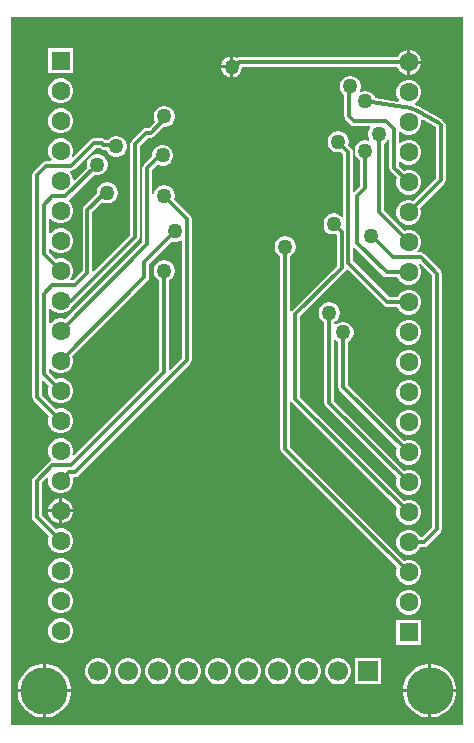
<source format=gbl>
%FSTAX23Y23*%
%MOIN*%
%SFA1B1*%

%IPPOS*%
%ADD20C,0.066930*%
%ADD21R,0.066930X0.066930*%
%ADD24C,0.011810*%
%ADD26C,0.062990*%
%ADD27R,0.062990X0.062990*%
%ADD28C,0.157480*%
%ADD29C,0.050000*%
%LNpcb2-1*%
%LPD*%
G36*
X02605Y01045D02*
X011D01*
Y03405*
X02605*
Y01045*
G37*
%LNpcb2-2*%
%LPC*%
G36*
X0242Y03296D02*
X02419D01*
X02408Y03293*
X02399Y03288*
X02391Y0328*
X02386Y03271*
X0186*
X01854Y03269*
X01853Y03269*
X01848Y03272*
X0184Y03274*
Y0324*
Y03205*
X01848Y03207*
X01856Y03211*
X01863Y03218*
X01867Y03226*
X0187Y03235*
Y03238*
X02386*
X02391Y03229*
X02399Y03221*
X02408Y03216*
X02419Y03213*
X0242*
Y03255*
Y03296*
G37*
G36*
X0243D02*
X0243D01*
Y0326*
X02466*
Y0326*
X02463Y03271*
X02458Y0328*
X0245Y03288*
X02441Y03293*
X0243Y03296*
G37*
G36*
X0183Y03274D02*
X01821Y03272D01*
X01813Y03268*
X01806Y03261*
X01802Y03253*
X018Y03245*
X0183*
Y03274*
G37*
G36*
X01306Y03301D02*
X01223D01*
Y03218*
X01306*
Y03301*
G37*
G36*
X02466Y0325D02*
X0243D01*
Y03213*
X0243*
X02441Y03216*
X0245Y03221*
X02458Y03229*
X02463Y03238*
X02466Y03249*
Y0325*
G37*
G36*
X0183Y03235D02*
X018D01*
X01802Y03226*
X01806Y03218*
X01813Y03211*
X01821Y03207*
X0183Y03205*
Y03235*
G37*
G36*
X0127Y03201D02*
X01259D01*
X01248Y03198*
X01239Y03193*
X01231Y03185*
X01226Y03176*
X01223Y03165*
Y03154*
X01226Y03143*
X01231Y03134*
X01239Y03126*
X01248Y03121*
X01259Y03118*
X0127*
X01281Y03121*
X0129Y03126*
X01298Y03134*
X01303Y03143*
X01306Y03154*
Y03165*
X01303Y03176*
X01298Y03185*
X0129Y03193*
X01281Y03198*
X0127Y03201*
G37*
G36*
Y03101D02*
X01259D01*
X01248Y03098*
X01239Y03093*
X01231Y03085*
X01226Y03076*
X01223Y03065*
Y03054*
X01226Y03043*
X01231Y03034*
X01239Y03026*
X01248Y03021*
X01259Y03018*
X0127*
X01281Y03021*
X0129Y03026*
X01298Y03034*
X01303Y03043*
X01306Y03054*
Y03065*
X01303Y03076*
X01298Y03085*
X0129Y03093*
X01281Y03098*
X0127Y03101*
G37*
G36*
X01614Y0311D02*
X01605D01*
X01596Y03107*
X01588Y03103*
X01581Y03096*
X01577Y03088*
X01575Y03079*
Y0307*
X01577Y03061*
X01579Y03057*
X01558Y03036*
X0155*
X01544Y03035*
X01538Y03031*
X01501Y02994*
X01498Y02989*
X01496Y02983*
Y02679*
X01375Y02558*
X0137Y0256*
Y02756*
X01403Y02789*
X01406Y02787*
X01415Y02785*
X01424*
X01433Y02787*
X01441Y02791*
X01448Y02798*
X01452Y02806*
X01455Y02815*
Y02824*
X01452Y02833*
X01448Y02841*
X01441Y02848*
X01433Y02852*
X01424Y02855*
X01415*
X01406Y02852*
X01398Y02848*
X01391Y02841*
X01387Y02833*
X01385Y02824*
Y02816*
X01343Y02775*
X01339Y02769*
X01338Y02763*
Y0256*
X01306Y02528*
X01298*
X01296Y02532*
X01298Y02534*
X01303Y02543*
X01306Y02554*
Y02565*
X01303Y02576*
X01298Y02585*
X0129Y02593*
X01281Y02598*
X0127Y02601*
X01259*
X01249Y02598*
X01226Y02621*
Y02634*
X01231Y02635*
X01231Y02634*
X01239Y02626*
X01248Y02621*
X01259Y02618*
X0127*
X01281Y02621*
X0129Y02626*
X01298Y02634*
X01303Y02643*
X01306Y02654*
Y02665*
X01303Y02676*
X01298Y02685*
X0129Y02693*
X01281Y02698*
X0127Y02701*
X01259*
X01248Y02698*
X01239Y02693*
X01231Y02685*
X01231Y02684*
X01226Y02685*
Y02734*
X01231Y02735*
X01231Y02734*
X01239Y02726*
X01248Y02721*
X01259Y02718*
X0127*
X01281Y02721*
X0129Y02726*
X01298Y02734*
X01303Y02743*
X01306Y02754*
Y02765*
X01303Y02776*
X01298Y02785*
X01292Y0279*
X01292Y02793*
X01292Y02797*
X01293Y02797*
X01376Y0288*
X01382Y02879*
X01391*
X014Y02881*
X01408Y02885*
X01414Y02892*
X01419Y029*
X01421Y02909*
Y02918*
X01419Y02927*
X01414Y02935*
X01408Y02942*
X014Y02946*
X01391Y02949*
X01382*
X01373Y02946*
X01365Y02942*
X01358Y02935*
X01354Y02927*
X01351Y02918*
Y02909*
X01353Y02903*
X01311Y02861*
X01306Y02863*
Y02865*
X01303Y02876*
X01298Y02885*
X01294Y02888*
X01296Y02893*
X013*
X01306Y02895*
X01311Y02898*
X01381Y02968*
X01395*
X01395Y02968*
X01401Y02965*
X01407Y02963*
X01416*
X01417Y02961*
X01421Y02953*
X01428Y02946*
X01436Y02942*
X01445Y0294*
X01454*
X01463Y02942*
X01471Y02946*
X01478Y02953*
X01482Y02961*
X01485Y0297*
Y02979*
X01482Y02988*
X01478Y02996*
X01471Y03003*
X01463Y03007*
X01454Y0301*
X01445*
X01436Y03007*
X01428Y03003*
X01421Y02996*
X01421Y02996*
X01414*
X01413Y02996*
X01408Y02999*
X01402Y03001*
X01375*
X01368Y02999*
X01363Y02996*
X01307Y0294*
X01303Y02943*
X01303Y02943*
X01306Y02954*
Y02965*
X01303Y02976*
X01298Y02985*
X0129Y02993*
X01281Y02998*
X0127Y03001*
X01259*
X01248Y02998*
X01239Y02993*
X01231Y02985*
X01226Y02976*
X01223Y02965*
Y02954*
X01226Y02943*
X01231Y02934*
X01235Y02931*
X01233Y02926*
X01217*
X0121Y02924*
X01205Y02921*
X01175Y02891*
X01172Y02886*
X0117Y0288*
Y02138*
X01172Y02131*
X01175Y02126*
X01226Y02075*
X01223Y02065*
Y02054*
X01226Y02043*
X01231Y02034*
X01239Y02026*
X01248Y02021*
X01259Y02018*
X0127*
X01281Y02021*
X0129Y02026*
X01298Y02034*
X01303Y02043*
X01306Y02054*
Y02065*
X01303Y02076*
X01298Y02085*
X0129Y02093*
X01281Y02098*
X0127Y02101*
X01259*
X01249Y02098*
X01203Y02144*
Y02192*
X01207Y02194*
X01226Y02175*
X01223Y02165*
Y02154*
X01226Y02143*
X01231Y02134*
X01239Y02126*
X01248Y02121*
X01259Y02118*
X0127*
X01281Y02121*
X0129Y02126*
X01298Y02134*
X01303Y02143*
X01306Y02154*
Y02165*
X01303Y02176*
X01298Y02185*
X0129Y02193*
X01281Y02198*
X0127Y02201*
X01259*
X01249Y02198*
X01226Y02221*
Y02234*
X01231Y02235*
X01231Y02234*
X01239Y02226*
X01248Y02221*
X01259Y02218*
X0127*
X01281Y02221*
X0129Y02226*
X01298Y02234*
X01303Y02243*
X01306Y02254*
Y02265*
X01303Y02275*
X01555Y02527*
X01558Y02532*
X0156Y02539*
Y02583*
X01634Y02657*
X0164Y02656*
X01649*
X01658Y02658*
X01664Y02661*
X01669Y02659*
Y02268*
X0163Y02229*
X01626Y02231*
Y02528*
X01631Y02531*
X01638Y02538*
X01642Y02546*
X01645Y02555*
Y02564*
X01642Y02573*
X01638Y02581*
X01631Y02588*
X01623Y02592*
X01614Y02595*
X01605*
X01596Y02592*
X01588Y02588*
X01581Y02581*
X01577Y02573*
X01575Y02564*
Y02555*
X01577Y02546*
X01581Y02538*
X01588Y02531*
X01593Y02528*
Y02228*
X01308Y01943*
X01304Y01946*
X01306Y01954*
Y01965*
X01303Y01976*
X01298Y01985*
X0129Y01993*
X01281Y01998*
X0127Y02001*
X01259*
X01248Y01998*
X01239Y01993*
X01231Y01985*
X01226Y01976*
X01223Y01965*
Y01954*
X01226Y01943*
X01231Y01934*
X01233Y01932*
X01232Y01927*
X01231Y01926*
X01226Y01923*
X01173Y0187*
X0117Y01865*
X01168Y01859*
Y0174*
X0117Y01733*
X01173Y01728*
X01226Y01675*
X01223Y01665*
Y01654*
X01226Y01643*
X01231Y01634*
X01239Y01626*
X01248Y01621*
X01259Y01618*
X0127*
X01281Y01621*
X0129Y01626*
X01298Y01634*
X01303Y01643*
X01306Y01654*
Y01665*
X01303Y01676*
X01298Y01685*
X0129Y01693*
X01281Y01698*
X0127Y01701*
X01259*
X01249Y01698*
X01201Y01746*
Y01852*
X01219Y01871*
X01224Y01868*
X01223Y01865*
Y01854*
X01226Y01843*
X01231Y01834*
X01239Y01826*
X01248Y01821*
X01259Y01818*
X0127*
X01281Y01821*
X0129Y01826*
X01298Y01834*
X01303Y01843*
X01306Y01854*
Y01865*
X01305Y01868*
X01308Y01872*
X01312*
X01318Y01873*
X01323Y01877*
X01697Y0225*
X017Y02255*
X01702Y02261*
Y02734*
X017Y0274*
X01697Y02745*
X01643Y02799*
X01645Y02805*
Y02814*
X01642Y02823*
X01638Y02831*
X01631Y02838*
X01623Y02842*
X01614Y02845*
X01605*
X01596Y02842*
X01588Y02838*
X01581Y02831*
X01577Y02823*
X01575Y02815*
X0157Y02816*
Y02896*
X01588Y02914*
X01591Y02912*
X016Y0291*
X01609*
X01618Y02912*
X01626Y02916*
X01633Y02923*
X01637Y02931*
X0164Y0294*
Y02949*
X01637Y02958*
X01633Y02966*
X01626Y02973*
X01618Y02977*
X01609Y0298*
X016*
X01591Y02977*
X01583Y02973*
X01576Y02966*
X01572Y02958*
X0157Y02949*
Y02941*
X01542Y02914*
X01539Y02909*
X01537Y02903*
Y02655*
X0128Y02398*
X0127Y02401*
X01259*
X01248Y02398*
X01239Y02393*
X01231Y02385*
X01231Y02384*
X01226Y02385*
Y02434*
X01231Y02435*
X01231Y02434*
X01239Y02426*
X01248Y02421*
X01259Y02418*
X0127*
X01281Y02421*
X0129Y02426*
X01298Y02434*
X01303Y02443*
X01303Y02444*
X01306Y02445*
X01311Y02448*
X01524Y02661*
X01527Y02666*
X01529Y02673*
Y02976*
X01557Y03004*
X01565*
X01571Y03005*
X01576Y03008*
X01607Y0304*
X01614*
X01623Y03042*
X01631Y03046*
X01638Y03053*
X01642Y03061*
X01645Y0307*
Y03079*
X01642Y03088*
X01638Y03096*
X01631Y03103*
X01623Y03107*
X01614Y0311*
G37*
G36*
X02234Y0321D02*
X02225D01*
X02216Y03207*
X02208Y03203*
X02201Y03196*
X02197Y03188*
X02195Y03179*
Y0317*
X02197Y03161*
X02201Y03153*
X02208Y03146*
X02209Y03146*
Y03075*
X02211Y03068*
X02214Y03063*
X02231Y03046*
X02236Y03043*
X02243Y03041*
X02295*
X02297Y03037*
X02296Y03036*
X02292Y03028*
X0229Y03019*
Y0301*
X02292Y03001*
X02294Y02997*
X02291Y02993*
X02284Y02995*
X02275*
X02266Y02992*
X02258Y02988*
X02251Y02981*
X02247Y02973*
X02245Y02964*
Y02955*
X02247Y02946*
X02251Y02938*
X02258Y02931*
X02263Y02928*
Y02841*
X02244Y02822*
X02239Y02825*
Y02956*
X02238Y02962*
X02235Y02967*
X02223Y02979*
X02225Y02985*
Y02994*
X02222Y03003*
X02218Y03011*
X02211Y03018*
X02203Y03022*
X02194Y03025*
X02185*
X02176Y03022*
X02168Y03018*
X02161Y03011*
X02157Y03003*
X02155Y02994*
Y02985*
X02157Y02976*
X02161Y02968*
X02168Y02961*
X02176Y02957*
X02185Y02955*
X02194*
X022Y02956*
X02207Y02949*
Y02741*
X02202Y02739*
X02197Y02744*
X02189Y02748*
X0218Y02751*
X02171*
X02162Y02748*
X02154Y02744*
X02147Y02737*
X02143Y02729*
X02141Y0272*
Y02711*
X02143Y02702*
X02147Y02694*
X02154Y02687*
X02162Y02683*
X02171Y02681*
X0218*
X02181Y02681*
X02185Y02678*
Y02577*
X02035Y02427*
X02034Y02425*
X02029Y02427*
Y02608*
X02034Y02611*
X02041Y02618*
X02045Y02626*
X02048Y02635*
Y02644*
X02045Y02653*
X02041Y02661*
X02034Y02668*
X02026Y02672*
X02017Y02675*
X02008*
X01999Y02672*
X01991Y02668*
X01985Y02661*
X0198Y02653*
X01978Y02644*
Y02635*
X0198Y02626*
X01985Y02618*
X01991Y02611*
X01996Y02609*
Y01967*
X01998Y0196*
X02001Y01955*
X02386Y0157*
X02383Y0156*
Y01549*
X02386Y01538*
X02391Y01529*
X02399Y01521*
X02408Y01516*
X02419Y01513*
X0243*
X02441Y01516*
X0245Y01521*
X02458Y01529*
X02463Y01538*
X02466Y01549*
Y0156*
X02463Y01571*
X02458Y0158*
X0245Y01588*
X02441Y01593*
X0243Y01596*
X02419*
X02409Y01593*
X02029Y01973*
Y02121*
X02034Y02123*
X02035Y02121*
X02386Y0177*
X02383Y0176*
Y01749*
X02386Y01738*
X02391Y01729*
X02399Y01721*
X02408Y01716*
X02419Y01713*
X0243*
X02441Y01716*
X0245Y01721*
X02458Y01729*
X02463Y01738*
X02466Y01749*
Y0176*
X02463Y01771*
X02458Y0178*
X0245Y01788*
X02441Y01793*
X0243Y01796*
X02419*
X02409Y01793*
X02063Y02139*
Y02409*
X02213Y02559*
X02216Y02563*
X02221Y02565*
X02343Y02443*
X02348Y0244*
X02354Y02438*
X02386*
X02391Y02429*
X02399Y02421*
X02408Y02416*
X02419Y02413*
X0243*
X02441Y02416*
X0245Y02421*
X02458Y02429*
X02463Y02438*
X02466Y02449*
Y0246*
X02463Y02471*
X02458Y0248*
X0245Y02488*
X02441Y02493*
X0243Y02496*
X02419*
X02408Y02493*
X02399Y02488*
X02391Y0248*
X02386Y02471*
X02361*
X02239Y02592*
Y02636*
X02244Y02638*
X02339Y02543*
X02344Y0254*
X02351Y02538*
X02386*
X02391Y02529*
X02399Y02521*
X02408Y02516*
X02419Y02513*
X0243*
X02441Y02516*
X0245Y02521*
X02458Y02529*
X02463Y02538*
X02466Y02549*
Y0256*
X02463Y02571*
X02458Y0258*
X02458Y0258*
X0246Y02585*
X02461Y02585*
X02503Y02543*
Y01706*
X02468Y01671*
X02463*
X02458Y0168*
X0245Y01688*
X02441Y01693*
X0243Y01696*
X02419*
X02408Y01693*
X02399Y01688*
X02391Y0168*
X02386Y01671*
X02383Y0166*
Y01649*
X02386Y01638*
X02391Y01629*
X02399Y01621*
X02408Y01616*
X02419Y01613*
X0243*
X02441Y01616*
X0245Y01621*
X02458Y01629*
X02463Y01638*
X02475*
X02481Y0164*
X02486Y01643*
X02531Y01688*
X02534Y01693*
X02536Y017*
Y0255*
X02534Y02556*
X02531Y02561*
X02476Y02616*
X02471Y02619*
X02465Y02621*
X02456*
X02454Y02626*
X02458Y02629*
X02463Y02638*
X02466Y02649*
Y0266*
X02463Y02671*
X02458Y0268*
X0245Y02688*
X02441Y02693*
X0243Y02696*
X02419*
X02409Y02693*
X02341Y02761*
Y02983*
X02346Y02986*
X02353Y02993*
X02355Y02998*
X0236Y02996*
Y02903*
X02362Y02896*
X02365Y02891*
X02386Y0287*
X02383Y0286*
Y02849*
X02386Y02838*
X02391Y02829*
X02399Y02821*
X02408Y02816*
X02419Y02813*
X0243*
X02441Y02816*
X0245Y02821*
X02458Y02829*
X02463Y02838*
X02466Y02849*
Y0286*
X02463Y02871*
X02458Y0288*
X0245Y02888*
X02441Y02893*
X0243Y02896*
X02419*
X02409Y02893*
X02393Y02909*
Y02921*
X02397Y02923*
X02399Y02921*
X02408Y02916*
X02419Y02913*
X0243*
X02441Y02916*
X0245Y02921*
X02458Y02929*
X02463Y02938*
X02466Y02949*
Y0296*
X02463Y02971*
X02458Y0298*
X0245Y02988*
X02441Y02993*
X0243Y02996*
X02419*
X02408Y02993*
X02399Y02988*
X02397Y02986*
X02393Y02988*
Y03021*
X02397Y03023*
X02399Y03021*
X02408Y03016*
X02419Y03013*
X0243*
X02441Y03016*
X0245Y03021*
X02458Y03029*
X02463Y03038*
X02466Y03049*
Y0306*
X02465Y03062*
X02469Y03065*
X02515Y03039*
X02516Y03039*
Y02869*
X0244Y02793*
X0243Y02796*
X02419*
X02408Y02793*
X02399Y02788*
X02391Y0278*
X02386Y02771*
X02383Y0276*
Y02749*
X02386Y02738*
X02391Y02729*
X02399Y02721*
X02408Y02716*
X02419Y02713*
X0243*
X02441Y02716*
X0245Y02721*
X02458Y02729*
X02463Y02738*
X02466Y02749*
Y0276*
X02463Y0277*
X02543Y0285*
X02547Y02856*
X02548Y02862*
Y03045*
X02547Y03052*
X02543Y03057*
X02536Y03064*
X02535Y03065*
X02533Y03066*
X02456Y0311*
X02454Y0311*
X02449Y03113*
X02447Y03114*
X02446Y03119*
X0245Y03121*
X02458Y03129*
X02463Y03138*
X02466Y03149*
Y0316*
X02463Y03171*
X02458Y0318*
X0245Y03188*
X02441Y03193*
X0243Y03196*
X02419*
X02408Y03193*
X02399Y03188*
X02391Y0318*
X02386Y03171*
X02383Y0316*
Y03149*
X02386Y03138*
X02391Y03129*
X02392Y03129*
X02389Y03124*
X02313Y03136*
X02312Y03138*
X02308Y03146*
X02301Y03153*
X02293Y03157*
X02284Y0316*
X02275*
X02266Y03157*
X02265Y03157*
X02262Y0316*
X02262Y03161*
X02265Y0317*
Y03179*
X02262Y03188*
X02258Y03196*
X02251Y03203*
X02243Y03207*
X02234Y0321*
G37*
G36*
X0243Y02396D02*
X02419D01*
X02408Y02393*
X02399Y02388*
X02391Y0238*
X02386Y02371*
X02383Y0236*
Y02349*
X02386Y02338*
X02391Y02329*
X02399Y02321*
X02408Y02316*
X02419Y02313*
X0243*
X02441Y02316*
X0245Y02321*
X02458Y02329*
X02463Y02338*
X02466Y02349*
Y0236*
X02463Y02371*
X02458Y0238*
X0245Y02388*
X02441Y02393*
X0243Y02396*
G37*
G36*
Y02296D02*
X02419D01*
X02408Y02293*
X02399Y02288*
X02391Y0228*
X02386Y02271*
X02383Y0226*
Y02249*
X02386Y02238*
X02391Y02229*
X02399Y02221*
X02408Y02216*
X02419Y02213*
X0243*
X02441Y02216*
X0245Y02221*
X02458Y02229*
X02463Y02238*
X02466Y02249*
Y0226*
X02463Y02271*
X02458Y0228*
X0245Y02288*
X02441Y02293*
X0243Y02296*
G37*
G36*
Y02196D02*
X02419D01*
X02408Y02193*
X02399Y02188*
X02391Y0218*
X02386Y02171*
X02383Y0216*
Y02149*
X02386Y02138*
X02391Y02129*
X02399Y02121*
X02408Y02116*
X02419Y02113*
X0243*
X02441Y02116*
X0245Y02121*
X02458Y02129*
X02463Y02138*
X02466Y02149*
Y0216*
X02463Y02171*
X02458Y0218*
X0245Y02188*
X02441Y02193*
X0243Y02196*
G37*
G36*
Y02096D02*
X02419D01*
X02408Y02093*
X02399Y02088*
X02391Y0208*
X02386Y02071*
X02383Y0206*
Y02049*
X02386Y02038*
X02391Y02029*
X02399Y02021*
X02408Y02016*
X02419Y02013*
X0243*
X02441Y02016*
X0245Y02021*
X02458Y02029*
X02463Y02038*
X02466Y02049*
Y0206*
X02463Y02071*
X02458Y0208*
X0245Y02088*
X02441Y02093*
X0243Y02096*
G37*
G36*
X02164Y02455D02*
X02155D01*
X02146Y02452*
X02138Y02448*
X02131Y02441*
X02127Y02433*
X02125Y02424*
Y02415*
X02127Y02406*
X02131Y02398*
X02138Y02391*
X02143Y02388*
Y0212*
X02145Y02113*
X02148Y02108*
X02386Y0187*
X02383Y0186*
Y01849*
X02386Y01838*
X02391Y01829*
X02399Y01821*
X02408Y01816*
X02419Y01813*
X0243*
X02441Y01816*
X0245Y01821*
X02458Y01829*
X02463Y01838*
X02466Y01849*
Y0186*
X02463Y01871*
X02458Y0188*
X0245Y01888*
X02441Y01893*
X0243Y01896*
X02419*
X02409Y01893*
X02176Y02126*
Y02328*
X02181Y0233*
X02184Y02326*
X02189Y02323*
Y02174*
X02191Y02167*
X02194Y02162*
X02386Y0197*
X02383Y0196*
Y01949*
X02386Y01938*
X02391Y01929*
X02399Y01921*
X02408Y01916*
X02419Y01913*
X0243*
X02441Y01916*
X0245Y01921*
X02458Y01929*
X02463Y01938*
X02466Y01949*
Y0196*
X02463Y01971*
X02458Y0198*
X0245Y01988*
X02441Y01993*
X0243Y01996*
X02419*
X02409Y01993*
X02222Y0218*
Y02323*
X02227Y02326*
X02234Y02333*
X02238Y02341*
X02241Y0235*
Y02359*
X02238Y02368*
X02234Y02376*
X02227Y02383*
X02219Y02387*
X0221Y0239*
X02201*
X02192Y02387*
X02184Y02383*
X02181Y02379*
X02176Y02381*
Y02388*
X02181Y02391*
X02188Y02398*
X02192Y02406*
X02195Y02415*
Y02424*
X02192Y02433*
X02188Y02441*
X02181Y02448*
X02173Y02452*
X02164Y02455*
G37*
G36*
X0127Y01801D02*
X0127D01*
Y01765*
X01306*
Y01765*
X01303Y01776*
X01298Y01785*
X0129Y01793*
X01281Y01798*
X0127Y01801*
G37*
G36*
X0126D02*
X01259D01*
X01248Y01798*
X01239Y01793*
X01231Y01785*
X01226Y01776*
X01223Y01765*
Y01765*
X0126*
Y01801*
G37*
G36*
X01306Y01755D02*
X0127D01*
Y01718*
X0127*
X01281Y01721*
X0129Y01726*
X01298Y01734*
X01303Y01743*
X01306Y01754*
Y01755*
G37*
G36*
X0126D02*
X01223D01*
Y01754*
X01226Y01743*
X01231Y01734*
X01239Y01726*
X01248Y01721*
X01259Y01718*
X0126*
Y01755*
G37*
G36*
X0127Y01601D02*
X01259D01*
X01248Y01598*
X01239Y01593*
X01231Y01585*
X01226Y01576*
X01223Y01565*
Y01554*
X01226Y01543*
X01231Y01534*
X01239Y01526*
X01248Y01521*
X01259Y01518*
X0127*
X01281Y01521*
X0129Y01526*
X01298Y01534*
X01303Y01543*
X01306Y01554*
Y01565*
X01303Y01576*
X01298Y01585*
X0129Y01593*
X01281Y01598*
X0127Y01601*
G37*
G36*
Y01501D02*
X01259D01*
X01248Y01498*
X01239Y01493*
X01231Y01485*
X01226Y01476*
X01223Y01465*
Y01454*
X01226Y01443*
X01231Y01434*
X01239Y01426*
X01248Y01421*
X01259Y01418*
X0127*
X01281Y01421*
X0129Y01426*
X01298Y01434*
X01303Y01443*
X01306Y01454*
Y01465*
X01303Y01476*
X01298Y01485*
X0129Y01493*
X01281Y01498*
X0127Y01501*
G37*
G36*
X0243Y01496D02*
X02419D01*
X02408Y01493*
X02399Y01488*
X02391Y0148*
X02386Y01471*
X02383Y0146*
Y01449*
X02386Y01438*
X02391Y01429*
X02399Y01421*
X02408Y01416*
X02419Y01413*
X0243*
X02441Y01416*
X0245Y01421*
X02458Y01429*
X02463Y01438*
X02466Y01449*
Y0146*
X02463Y01471*
X02458Y0148*
X0245Y01488*
X02441Y01493*
X0243Y01496*
G37*
G36*
X0127Y01401D02*
X01259D01*
X01248Y01398*
X01239Y01393*
X01231Y01385*
X01226Y01376*
X01223Y01365*
Y01354*
X01226Y01343*
X01231Y01334*
X01239Y01326*
X01248Y01321*
X01259Y01318*
X0127*
X01281Y01321*
X0129Y01326*
X01298Y01334*
X01303Y01343*
X01306Y01354*
Y01365*
X01303Y01376*
X01298Y01385*
X0129Y01393*
X01281Y01398*
X0127Y01401*
G37*
G36*
X02466Y01396D02*
X02383D01*
Y01313*
X02466*
Y01396*
G37*
G36*
X02333Y01268D02*
X02246D01*
Y01181*
X02333*
Y01268*
G37*
G36*
X02195D02*
X02184D01*
X02173Y01265*
X02163Y01259*
X02155Y01251*
X02149Y01241*
X02146Y0123*
Y01219*
X02149Y01208*
X02155Y01198*
X02163Y0119*
X02173Y01184*
X02184Y01181*
X02195*
X02206Y01184*
X02216Y0119*
X02224Y01198*
X0223Y01208*
X02233Y01219*
Y0123*
X0223Y01241*
X02224Y01251*
X02216Y01259*
X02206Y01265*
X02195Y01268*
G37*
G36*
X02095D02*
X02084D01*
X02073Y01265*
X02063Y01259*
X02055Y01251*
X02049Y01241*
X02046Y0123*
Y01219*
X02049Y01208*
X02055Y01198*
X02063Y0119*
X02073Y01184*
X02084Y01181*
X02095*
X02106Y01184*
X02116Y0119*
X02124Y01198*
X0213Y01208*
X02133Y01219*
Y0123*
X0213Y01241*
X02124Y01251*
X02116Y01259*
X02106Y01265*
X02095Y01268*
G37*
G36*
X01995D02*
X01984D01*
X01973Y01265*
X01963Y01259*
X01955Y01251*
X01949Y01241*
X01946Y0123*
Y01219*
X01949Y01208*
X01955Y01198*
X01963Y0119*
X01973Y01184*
X01984Y01181*
X01995*
X02006Y01184*
X02016Y0119*
X02024Y01198*
X0203Y01208*
X02033Y01219*
Y0123*
X0203Y01241*
X02024Y01251*
X02016Y01259*
X02006Y01265*
X01995Y01268*
G37*
G36*
X01895D02*
X01884D01*
X01873Y01265*
X01863Y01259*
X01855Y01251*
X01849Y01241*
X01846Y0123*
Y01219*
X01849Y01208*
X01855Y01198*
X01863Y0119*
X01873Y01184*
X01884Y01181*
X01895*
X01906Y01184*
X01916Y0119*
X01924Y01198*
X0193Y01208*
X01933Y01219*
Y0123*
X0193Y01241*
X01924Y01251*
X01916Y01259*
X01906Y01265*
X01895Y01268*
G37*
G36*
X01795D02*
X01784D01*
X01773Y01265*
X01763Y01259*
X01755Y01251*
X01749Y01241*
X01746Y0123*
Y01219*
X01749Y01208*
X01755Y01198*
X01763Y0119*
X01773Y01184*
X01784Y01181*
X01795*
X01806Y01184*
X01816Y0119*
X01824Y01198*
X0183Y01208*
X01833Y01219*
Y0123*
X0183Y01241*
X01824Y01251*
X01816Y01259*
X01806Y01265*
X01795Y01268*
G37*
G36*
X01695D02*
X01684D01*
X01673Y01265*
X01663Y01259*
X01655Y01251*
X01649Y01241*
X01646Y0123*
Y01219*
X01649Y01208*
X01655Y01198*
X01663Y0119*
X01673Y01184*
X01684Y01181*
X01695*
X01706Y01184*
X01716Y0119*
X01724Y01198*
X0173Y01208*
X01733Y01219*
Y0123*
X0173Y01241*
X01724Y01251*
X01716Y01259*
X01706Y01265*
X01695Y01268*
G37*
G36*
X01595D02*
X01584D01*
X01573Y01265*
X01563Y01259*
X01555Y01251*
X01549Y01241*
X01546Y0123*
Y01219*
X01549Y01208*
X01555Y01198*
X01563Y0119*
X01573Y01184*
X01584Y01181*
X01595*
X01606Y01184*
X01616Y0119*
X01624Y01198*
X0163Y01208*
X01633Y01219*
Y0123*
X0163Y01241*
X01624Y01251*
X01616Y01259*
X01606Y01265*
X01595Y01268*
G37*
G36*
X01495D02*
X01484D01*
X01473Y01265*
X01463Y01259*
X01455Y01251*
X01449Y01241*
X01446Y0123*
Y01219*
X01449Y01208*
X01455Y01198*
X01463Y0119*
X01473Y01184*
X01484Y01181*
X01495*
X01506Y01184*
X01516Y0119*
X01524Y01198*
X0153Y01208*
X01533Y01219*
Y0123*
X0153Y01241*
X01524Y01251*
X01516Y01259*
X01506Y01265*
X01495Y01268*
G37*
G36*
X01395D02*
X01384D01*
X01373Y01265*
X01363Y01259*
X01355Y01251*
X01349Y01241*
X01346Y0123*
Y01219*
X01349Y01208*
X01355Y01198*
X01363Y0119*
X01373Y01184*
X01384Y01181*
X01395*
X01406Y01184*
X01416Y0119*
X01424Y01198*
X0143Y01208*
X01433Y01219*
Y0123*
X0143Y01241*
X01424Y01251*
X01416Y01259*
X01406Y01265*
X01395Y01268*
G37*
G36*
X02503Y01248D02*
X025D01*
Y01165*
X02583*
Y01168*
X0258Y01185*
X02573Y01202*
X02563Y01216*
X02551Y01228*
X02537Y01238*
X0252Y01245*
X02503Y01248*
G37*
G36*
X0249D02*
X02486D01*
X02469Y01245*
X02452Y01238*
X02438Y01228*
X02426Y01216*
X02416Y01202*
X02409Y01185*
X02406Y01168*
Y01165*
X0249*
Y01248*
G37*
G36*
X01218D02*
X01215D01*
Y01165*
X01298*
Y01168*
X01295Y01185*
X01288Y01202*
X01278Y01216*
X01266Y01228*
X01252Y01238*
X01235Y01245*
X01218Y01248*
G37*
G36*
X01205D02*
X01201D01*
X01184Y01245*
X01167Y01238*
X01153Y01228*
X01141Y01216*
X01131Y01202*
X01124Y01185*
X01121Y01168*
Y01165*
X01205*
Y01248*
G37*
G36*
X02583Y01155D02*
X025D01*
Y01071*
X02503*
X0252Y01074*
X02537Y01081*
X02551Y01091*
X02563Y01103*
X02573Y01117*
X0258Y01134*
X02583Y01151*
Y01155*
G37*
G36*
X0249D02*
X02406D01*
Y01151*
X02409Y01134*
X02416Y01117*
X02426Y01103*
X02438Y01091*
X02452Y01081*
X02469Y01074*
X02486Y01071*
X0249*
Y01155*
G37*
G36*
X01298D02*
X01215D01*
Y01071*
X01218*
X01235Y01074*
X01252Y01081*
X01266Y01091*
X01278Y01103*
X01288Y01117*
X01295Y01134*
X01298Y01151*
Y01155*
G37*
G36*
X01205D02*
X01121D01*
Y01151*
X01124Y01134*
X01131Y01117*
X01141Y01103*
X01153Y01091*
X01167Y01081*
X01184Y01074*
X01201Y01071*
X01205*
Y01155*
G37*
%LNpcb2-3*%
%LPD*%
G54D20*
X0139Y01225D03*
X0149D03*
X0159D03*
X0169D03*
X0179D03*
X0189D03*
X0199D03*
X0209D03*
X0219D03*
G54D21*
X0229Y01225D03*
G54D24*
X02448Y03096D02*
D01*
D01*
G75*
G03X02432Y03101I-00023J-00041D01*
G74*G01*
X01411Y0282D02*
X0142D01*
X01354Y02763D02*
X01411Y0282D01*
X01354Y02553D02*
Y02763D01*
X0128Y02808D02*
X01386Y02914D01*
X01375Y02985D02*
X01402D01*
X01407Y0298*
X01444*
X0145Y02975*
X0216Y0212D02*
X02425Y01855D01*
X0216Y0212D02*
Y0242D01*
X02013Y02639D02*
X02013Y0264D01*
X02013Y01967D02*
Y02639D01*
Y01967D02*
X02425Y01555D01*
X02047Y02416D02*
X02201Y0257D01*
X02176Y02716D02*
X02201Y0269D01*
Y0257D02*
Y0269D01*
X02253Y02652D02*
Y02808D01*
Y02652D02*
X02351Y02555D01*
X0219Y0299D02*
X02223Y02956D01*
Y02586D02*
X02354Y02455D01*
X02223Y02586D02*
Y02956D01*
X02253Y02808D02*
X0228Y02835D01*
X02303Y02675D02*
X02373Y02605D01*
X023Y02675D02*
X02303D01*
X02373Y02605D02*
X02465D01*
X02532Y02862D02*
Y03045D01*
X0228Y03125D02*
X02432Y03101D01*
X02525Y03052D02*
X02532Y03045D01*
X02448Y03096D02*
X02525Y03052D01*
X02325Y02755D02*
Y03015D01*
X0228Y02835D02*
Y0296D01*
X02226Y03171D02*
X0223Y03175D01*
X02226Y03075D02*
Y03171D01*
X02325Y02755D02*
X02425Y02655D01*
X0186Y03255D02*
X02425D01*
X01845Y0324D02*
X0186Y03255D01*
X01835Y0324D02*
X01845D01*
X013Y01912D02*
X0161Y02222D01*
Y0256*
Y03065D02*
Y03075D01*
X01565Y0302D02*
X0161Y03065D01*
X0155Y0302D02*
X01565D01*
X01513Y02983D02*
X0155Y0302D01*
X01554Y02903D02*
X01596Y02945D01*
X01605*
X01685Y02261D02*
Y02734D01*
X0161Y0281D02*
X01685Y02734D01*
X01554Y02649D02*
Y02903D01*
X02351Y02555D02*
X02425D01*
X02465Y02605D02*
X0252Y0255D01*
X02475Y01655D02*
X0252Y017D01*
Y0255*
X0121Y02615D02*
X01265Y0256D01*
X0121Y0278D02*
X01237Y02808D01*
X0121Y02615D02*
Y0278D01*
Y02215D02*
X01265Y0216D01*
X0121Y02484D02*
X01237Y02512D01*
X0121Y02215D02*
Y02484D01*
X01185Y0174D02*
X01265Y0166D01*
X01185Y01859D02*
X01237Y01912D01*
X01185Y0174D02*
Y01859D01*
X01513Y02673D02*
Y02983D01*
X013Y0246D02*
X01513Y02673D01*
X01265Y0246D02*
X013D01*
X01265Y0236D02*
X01554Y02649D01*
X01544Y0259D02*
X01645Y02691D01*
X01544Y02539D02*
Y0259D01*
X01265Y0226D02*
X01544Y02539D01*
X013Y0291D02*
X01375Y02985D01*
X01217Y0291D02*
X013D01*
X01187Y0288D02*
X01217Y0291D01*
X01187Y02138D02*
Y0288D01*
Y02138D02*
X01265Y0206D01*
Y0186D02*
X01293Y01888D01*
X01312*
X01685Y02261*
X01237Y01912D02*
X013D01*
X02047Y02133D02*
Y02416D01*
Y02133D02*
X02425Y01755D01*
X02206Y02174D02*
X02425Y01955D01*
X02206Y02174D02*
Y02355D01*
X02354Y02455D02*
X02425D01*
Y02755D02*
X02532Y02862D01*
X02226Y03075D02*
X02243Y03058D01*
X0235*
X02377Y03031*
Y02903D02*
Y03031D01*
Y02903D02*
X02425Y02855D01*
X01237Y02512D02*
X01313D01*
X01354Y02553*
X01237Y02808D02*
X0128D01*
X02425Y01655D02*
X02475D01*
G54D26*
X02425Y02755D03*
Y02455D03*
Y02355D03*
Y02255D03*
Y02055D03*
Y01955D03*
Y01755D03*
Y01555D03*
Y01455D03*
Y01655D03*
Y01855D03*
Y02155D03*
Y02555D03*
Y02655D03*
Y02855D03*
Y02955D03*
Y03055D03*
Y03155D03*
Y03255D03*
X01265Y0186D03*
Y0216D03*
Y0226D03*
Y0236D03*
Y0256D03*
Y0266D03*
Y0286D03*
Y0306D03*
Y0316D03*
Y0296D03*
Y0276D03*
Y0246D03*
Y0206D03*
Y0196D03*
Y0176D03*
Y0166D03*
Y0156D03*
Y0146D03*
Y0136D03*
G54D27*
X02425Y01355D03*
X01265Y0326D03*
G54D28*
X02495Y0116D03*
X0121D03*
G54D29*
X0142Y0282D03*
X01386Y02914D03*
X0145Y02975D03*
X0216Y0242D03*
X02013Y0264D03*
X02176Y02716D03*
X023Y02675D03*
X0228Y03125D03*
X02325Y03015D03*
X0228Y0296D03*
X0219Y0299D03*
X0223Y03175D03*
X01835Y0324D03*
X0161Y0256D03*
Y03075D03*
X01605Y02945D03*
X0161Y0281D03*
X01645Y02691D03*
X02206Y02355D03*
M02*
</source>
